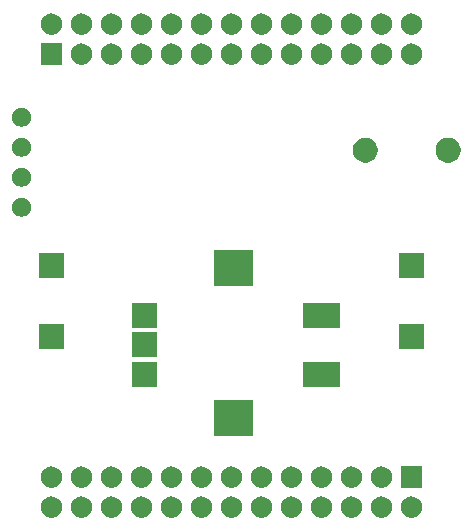
<source format=gbr>
G04 #@! TF.GenerationSoftware,KiCad,Pcbnew,(5.1.5)-3*
G04 #@! TF.CreationDate,2020-02-26T18:40:07+01:00*
G04 #@! TF.ProjectId,minirpi2,6d696e69-7270-4693-922e-6b696361645f,rev?*
G04 #@! TF.SameCoordinates,Original*
G04 #@! TF.FileFunction,Soldermask,Top*
G04 #@! TF.FilePolarity,Negative*
%FSLAX46Y46*%
G04 Gerber Fmt 4.6, Leading zero omitted, Abs format (unit mm)*
G04 Created by KiCad (PCBNEW (5.1.5)-3) date 2020-02-26 18:40:07*
%MOMM*%
%LPD*%
G04 APERTURE LIST*
%ADD10C,0.100000*%
G04 APERTURE END LIST*
D10*
G36*
X216013512Y-79113927D02*
G01*
X216162812Y-79143624D01*
X216326784Y-79211544D01*
X216474354Y-79310147D01*
X216599853Y-79435646D01*
X216698456Y-79583216D01*
X216766376Y-79747188D01*
X216801000Y-79921259D01*
X216801000Y-80098741D01*
X216766376Y-80272812D01*
X216698456Y-80436784D01*
X216599853Y-80584354D01*
X216474354Y-80709853D01*
X216326784Y-80808456D01*
X216162812Y-80876376D01*
X216013512Y-80906073D01*
X215988742Y-80911000D01*
X215811258Y-80911000D01*
X215786488Y-80906073D01*
X215637188Y-80876376D01*
X215473216Y-80808456D01*
X215325646Y-80709853D01*
X215200147Y-80584354D01*
X215101544Y-80436784D01*
X215033624Y-80272812D01*
X214999000Y-80098741D01*
X214999000Y-79921259D01*
X215033624Y-79747188D01*
X215101544Y-79583216D01*
X215200147Y-79435646D01*
X215325646Y-79310147D01*
X215473216Y-79211544D01*
X215637188Y-79143624D01*
X215786488Y-79113927D01*
X215811258Y-79109000D01*
X215988742Y-79109000D01*
X216013512Y-79113927D01*
G37*
G36*
X213473512Y-79113927D02*
G01*
X213622812Y-79143624D01*
X213786784Y-79211544D01*
X213934354Y-79310147D01*
X214059853Y-79435646D01*
X214158456Y-79583216D01*
X214226376Y-79747188D01*
X214261000Y-79921259D01*
X214261000Y-80098741D01*
X214226376Y-80272812D01*
X214158456Y-80436784D01*
X214059853Y-80584354D01*
X213934354Y-80709853D01*
X213786784Y-80808456D01*
X213622812Y-80876376D01*
X213473512Y-80906073D01*
X213448742Y-80911000D01*
X213271258Y-80911000D01*
X213246488Y-80906073D01*
X213097188Y-80876376D01*
X212933216Y-80808456D01*
X212785646Y-80709853D01*
X212660147Y-80584354D01*
X212561544Y-80436784D01*
X212493624Y-80272812D01*
X212459000Y-80098741D01*
X212459000Y-79921259D01*
X212493624Y-79747188D01*
X212561544Y-79583216D01*
X212660147Y-79435646D01*
X212785646Y-79310147D01*
X212933216Y-79211544D01*
X213097188Y-79143624D01*
X213246488Y-79113927D01*
X213271258Y-79109000D01*
X213448742Y-79109000D01*
X213473512Y-79113927D01*
G37*
G36*
X185533512Y-79113927D02*
G01*
X185682812Y-79143624D01*
X185846784Y-79211544D01*
X185994354Y-79310147D01*
X186119853Y-79435646D01*
X186218456Y-79583216D01*
X186286376Y-79747188D01*
X186321000Y-79921259D01*
X186321000Y-80098741D01*
X186286376Y-80272812D01*
X186218456Y-80436784D01*
X186119853Y-80584354D01*
X185994354Y-80709853D01*
X185846784Y-80808456D01*
X185682812Y-80876376D01*
X185533512Y-80906073D01*
X185508742Y-80911000D01*
X185331258Y-80911000D01*
X185306488Y-80906073D01*
X185157188Y-80876376D01*
X184993216Y-80808456D01*
X184845646Y-80709853D01*
X184720147Y-80584354D01*
X184621544Y-80436784D01*
X184553624Y-80272812D01*
X184519000Y-80098741D01*
X184519000Y-79921259D01*
X184553624Y-79747188D01*
X184621544Y-79583216D01*
X184720147Y-79435646D01*
X184845646Y-79310147D01*
X184993216Y-79211544D01*
X185157188Y-79143624D01*
X185306488Y-79113927D01*
X185331258Y-79109000D01*
X185508742Y-79109000D01*
X185533512Y-79113927D01*
G37*
G36*
X188073512Y-79113927D02*
G01*
X188222812Y-79143624D01*
X188386784Y-79211544D01*
X188534354Y-79310147D01*
X188659853Y-79435646D01*
X188758456Y-79583216D01*
X188826376Y-79747188D01*
X188861000Y-79921259D01*
X188861000Y-80098741D01*
X188826376Y-80272812D01*
X188758456Y-80436784D01*
X188659853Y-80584354D01*
X188534354Y-80709853D01*
X188386784Y-80808456D01*
X188222812Y-80876376D01*
X188073512Y-80906073D01*
X188048742Y-80911000D01*
X187871258Y-80911000D01*
X187846488Y-80906073D01*
X187697188Y-80876376D01*
X187533216Y-80808456D01*
X187385646Y-80709853D01*
X187260147Y-80584354D01*
X187161544Y-80436784D01*
X187093624Y-80272812D01*
X187059000Y-80098741D01*
X187059000Y-79921259D01*
X187093624Y-79747188D01*
X187161544Y-79583216D01*
X187260147Y-79435646D01*
X187385646Y-79310147D01*
X187533216Y-79211544D01*
X187697188Y-79143624D01*
X187846488Y-79113927D01*
X187871258Y-79109000D01*
X188048742Y-79109000D01*
X188073512Y-79113927D01*
G37*
G36*
X190613512Y-79113927D02*
G01*
X190762812Y-79143624D01*
X190926784Y-79211544D01*
X191074354Y-79310147D01*
X191199853Y-79435646D01*
X191298456Y-79583216D01*
X191366376Y-79747188D01*
X191401000Y-79921259D01*
X191401000Y-80098741D01*
X191366376Y-80272812D01*
X191298456Y-80436784D01*
X191199853Y-80584354D01*
X191074354Y-80709853D01*
X190926784Y-80808456D01*
X190762812Y-80876376D01*
X190613512Y-80906073D01*
X190588742Y-80911000D01*
X190411258Y-80911000D01*
X190386488Y-80906073D01*
X190237188Y-80876376D01*
X190073216Y-80808456D01*
X189925646Y-80709853D01*
X189800147Y-80584354D01*
X189701544Y-80436784D01*
X189633624Y-80272812D01*
X189599000Y-80098741D01*
X189599000Y-79921259D01*
X189633624Y-79747188D01*
X189701544Y-79583216D01*
X189800147Y-79435646D01*
X189925646Y-79310147D01*
X190073216Y-79211544D01*
X190237188Y-79143624D01*
X190386488Y-79113927D01*
X190411258Y-79109000D01*
X190588742Y-79109000D01*
X190613512Y-79113927D01*
G37*
G36*
X193153512Y-79113927D02*
G01*
X193302812Y-79143624D01*
X193466784Y-79211544D01*
X193614354Y-79310147D01*
X193739853Y-79435646D01*
X193838456Y-79583216D01*
X193906376Y-79747188D01*
X193941000Y-79921259D01*
X193941000Y-80098741D01*
X193906376Y-80272812D01*
X193838456Y-80436784D01*
X193739853Y-80584354D01*
X193614354Y-80709853D01*
X193466784Y-80808456D01*
X193302812Y-80876376D01*
X193153512Y-80906073D01*
X193128742Y-80911000D01*
X192951258Y-80911000D01*
X192926488Y-80906073D01*
X192777188Y-80876376D01*
X192613216Y-80808456D01*
X192465646Y-80709853D01*
X192340147Y-80584354D01*
X192241544Y-80436784D01*
X192173624Y-80272812D01*
X192139000Y-80098741D01*
X192139000Y-79921259D01*
X192173624Y-79747188D01*
X192241544Y-79583216D01*
X192340147Y-79435646D01*
X192465646Y-79310147D01*
X192613216Y-79211544D01*
X192777188Y-79143624D01*
X192926488Y-79113927D01*
X192951258Y-79109000D01*
X193128742Y-79109000D01*
X193153512Y-79113927D01*
G37*
G36*
X195693512Y-79113927D02*
G01*
X195842812Y-79143624D01*
X196006784Y-79211544D01*
X196154354Y-79310147D01*
X196279853Y-79435646D01*
X196378456Y-79583216D01*
X196446376Y-79747188D01*
X196481000Y-79921259D01*
X196481000Y-80098741D01*
X196446376Y-80272812D01*
X196378456Y-80436784D01*
X196279853Y-80584354D01*
X196154354Y-80709853D01*
X196006784Y-80808456D01*
X195842812Y-80876376D01*
X195693512Y-80906073D01*
X195668742Y-80911000D01*
X195491258Y-80911000D01*
X195466488Y-80906073D01*
X195317188Y-80876376D01*
X195153216Y-80808456D01*
X195005646Y-80709853D01*
X194880147Y-80584354D01*
X194781544Y-80436784D01*
X194713624Y-80272812D01*
X194679000Y-80098741D01*
X194679000Y-79921259D01*
X194713624Y-79747188D01*
X194781544Y-79583216D01*
X194880147Y-79435646D01*
X195005646Y-79310147D01*
X195153216Y-79211544D01*
X195317188Y-79143624D01*
X195466488Y-79113927D01*
X195491258Y-79109000D01*
X195668742Y-79109000D01*
X195693512Y-79113927D01*
G37*
G36*
X200773512Y-79113927D02*
G01*
X200922812Y-79143624D01*
X201086784Y-79211544D01*
X201234354Y-79310147D01*
X201359853Y-79435646D01*
X201458456Y-79583216D01*
X201526376Y-79747188D01*
X201561000Y-79921259D01*
X201561000Y-80098741D01*
X201526376Y-80272812D01*
X201458456Y-80436784D01*
X201359853Y-80584354D01*
X201234354Y-80709853D01*
X201086784Y-80808456D01*
X200922812Y-80876376D01*
X200773512Y-80906073D01*
X200748742Y-80911000D01*
X200571258Y-80911000D01*
X200546488Y-80906073D01*
X200397188Y-80876376D01*
X200233216Y-80808456D01*
X200085646Y-80709853D01*
X199960147Y-80584354D01*
X199861544Y-80436784D01*
X199793624Y-80272812D01*
X199759000Y-80098741D01*
X199759000Y-79921259D01*
X199793624Y-79747188D01*
X199861544Y-79583216D01*
X199960147Y-79435646D01*
X200085646Y-79310147D01*
X200233216Y-79211544D01*
X200397188Y-79143624D01*
X200546488Y-79113927D01*
X200571258Y-79109000D01*
X200748742Y-79109000D01*
X200773512Y-79113927D01*
G37*
G36*
X203313512Y-79113927D02*
G01*
X203462812Y-79143624D01*
X203626784Y-79211544D01*
X203774354Y-79310147D01*
X203899853Y-79435646D01*
X203998456Y-79583216D01*
X204066376Y-79747188D01*
X204101000Y-79921259D01*
X204101000Y-80098741D01*
X204066376Y-80272812D01*
X203998456Y-80436784D01*
X203899853Y-80584354D01*
X203774354Y-80709853D01*
X203626784Y-80808456D01*
X203462812Y-80876376D01*
X203313512Y-80906073D01*
X203288742Y-80911000D01*
X203111258Y-80911000D01*
X203086488Y-80906073D01*
X202937188Y-80876376D01*
X202773216Y-80808456D01*
X202625646Y-80709853D01*
X202500147Y-80584354D01*
X202401544Y-80436784D01*
X202333624Y-80272812D01*
X202299000Y-80098741D01*
X202299000Y-79921259D01*
X202333624Y-79747188D01*
X202401544Y-79583216D01*
X202500147Y-79435646D01*
X202625646Y-79310147D01*
X202773216Y-79211544D01*
X202937188Y-79143624D01*
X203086488Y-79113927D01*
X203111258Y-79109000D01*
X203288742Y-79109000D01*
X203313512Y-79113927D01*
G37*
G36*
X205853512Y-79113927D02*
G01*
X206002812Y-79143624D01*
X206166784Y-79211544D01*
X206314354Y-79310147D01*
X206439853Y-79435646D01*
X206538456Y-79583216D01*
X206606376Y-79747188D01*
X206641000Y-79921259D01*
X206641000Y-80098741D01*
X206606376Y-80272812D01*
X206538456Y-80436784D01*
X206439853Y-80584354D01*
X206314354Y-80709853D01*
X206166784Y-80808456D01*
X206002812Y-80876376D01*
X205853512Y-80906073D01*
X205828742Y-80911000D01*
X205651258Y-80911000D01*
X205626488Y-80906073D01*
X205477188Y-80876376D01*
X205313216Y-80808456D01*
X205165646Y-80709853D01*
X205040147Y-80584354D01*
X204941544Y-80436784D01*
X204873624Y-80272812D01*
X204839000Y-80098741D01*
X204839000Y-79921259D01*
X204873624Y-79747188D01*
X204941544Y-79583216D01*
X205040147Y-79435646D01*
X205165646Y-79310147D01*
X205313216Y-79211544D01*
X205477188Y-79143624D01*
X205626488Y-79113927D01*
X205651258Y-79109000D01*
X205828742Y-79109000D01*
X205853512Y-79113927D01*
G37*
G36*
X208393512Y-79113927D02*
G01*
X208542812Y-79143624D01*
X208706784Y-79211544D01*
X208854354Y-79310147D01*
X208979853Y-79435646D01*
X209078456Y-79583216D01*
X209146376Y-79747188D01*
X209181000Y-79921259D01*
X209181000Y-80098741D01*
X209146376Y-80272812D01*
X209078456Y-80436784D01*
X208979853Y-80584354D01*
X208854354Y-80709853D01*
X208706784Y-80808456D01*
X208542812Y-80876376D01*
X208393512Y-80906073D01*
X208368742Y-80911000D01*
X208191258Y-80911000D01*
X208166488Y-80906073D01*
X208017188Y-80876376D01*
X207853216Y-80808456D01*
X207705646Y-80709853D01*
X207580147Y-80584354D01*
X207481544Y-80436784D01*
X207413624Y-80272812D01*
X207379000Y-80098741D01*
X207379000Y-79921259D01*
X207413624Y-79747188D01*
X207481544Y-79583216D01*
X207580147Y-79435646D01*
X207705646Y-79310147D01*
X207853216Y-79211544D01*
X208017188Y-79143624D01*
X208166488Y-79113927D01*
X208191258Y-79109000D01*
X208368742Y-79109000D01*
X208393512Y-79113927D01*
G37*
G36*
X210933512Y-79113927D02*
G01*
X211082812Y-79143624D01*
X211246784Y-79211544D01*
X211394354Y-79310147D01*
X211519853Y-79435646D01*
X211618456Y-79583216D01*
X211686376Y-79747188D01*
X211721000Y-79921259D01*
X211721000Y-80098741D01*
X211686376Y-80272812D01*
X211618456Y-80436784D01*
X211519853Y-80584354D01*
X211394354Y-80709853D01*
X211246784Y-80808456D01*
X211082812Y-80876376D01*
X210933512Y-80906073D01*
X210908742Y-80911000D01*
X210731258Y-80911000D01*
X210706488Y-80906073D01*
X210557188Y-80876376D01*
X210393216Y-80808456D01*
X210245646Y-80709853D01*
X210120147Y-80584354D01*
X210021544Y-80436784D01*
X209953624Y-80272812D01*
X209919000Y-80098741D01*
X209919000Y-79921259D01*
X209953624Y-79747188D01*
X210021544Y-79583216D01*
X210120147Y-79435646D01*
X210245646Y-79310147D01*
X210393216Y-79211544D01*
X210557188Y-79143624D01*
X210706488Y-79113927D01*
X210731258Y-79109000D01*
X210908742Y-79109000D01*
X210933512Y-79113927D01*
G37*
G36*
X198233512Y-79113927D02*
G01*
X198382812Y-79143624D01*
X198546784Y-79211544D01*
X198694354Y-79310147D01*
X198819853Y-79435646D01*
X198918456Y-79583216D01*
X198986376Y-79747188D01*
X199021000Y-79921259D01*
X199021000Y-80098741D01*
X198986376Y-80272812D01*
X198918456Y-80436784D01*
X198819853Y-80584354D01*
X198694354Y-80709853D01*
X198546784Y-80808456D01*
X198382812Y-80876376D01*
X198233512Y-80906073D01*
X198208742Y-80911000D01*
X198031258Y-80911000D01*
X198006488Y-80906073D01*
X197857188Y-80876376D01*
X197693216Y-80808456D01*
X197545646Y-80709853D01*
X197420147Y-80584354D01*
X197321544Y-80436784D01*
X197253624Y-80272812D01*
X197219000Y-80098741D01*
X197219000Y-79921259D01*
X197253624Y-79747188D01*
X197321544Y-79583216D01*
X197420147Y-79435646D01*
X197545646Y-79310147D01*
X197693216Y-79211544D01*
X197857188Y-79143624D01*
X198006488Y-79113927D01*
X198031258Y-79109000D01*
X198208742Y-79109000D01*
X198233512Y-79113927D01*
G37*
G36*
X210933512Y-76573927D02*
G01*
X211082812Y-76603624D01*
X211246784Y-76671544D01*
X211394354Y-76770147D01*
X211519853Y-76895646D01*
X211618456Y-77043216D01*
X211686376Y-77207188D01*
X211721000Y-77381259D01*
X211721000Y-77558741D01*
X211686376Y-77732812D01*
X211618456Y-77896784D01*
X211519853Y-78044354D01*
X211394354Y-78169853D01*
X211246784Y-78268456D01*
X211082812Y-78336376D01*
X210933512Y-78366073D01*
X210908742Y-78371000D01*
X210731258Y-78371000D01*
X210706488Y-78366073D01*
X210557188Y-78336376D01*
X210393216Y-78268456D01*
X210245646Y-78169853D01*
X210120147Y-78044354D01*
X210021544Y-77896784D01*
X209953624Y-77732812D01*
X209919000Y-77558741D01*
X209919000Y-77381259D01*
X209953624Y-77207188D01*
X210021544Y-77043216D01*
X210120147Y-76895646D01*
X210245646Y-76770147D01*
X210393216Y-76671544D01*
X210557188Y-76603624D01*
X210706488Y-76573927D01*
X210731258Y-76569000D01*
X210908742Y-76569000D01*
X210933512Y-76573927D01*
G37*
G36*
X213473512Y-76573927D02*
G01*
X213622812Y-76603624D01*
X213786784Y-76671544D01*
X213934354Y-76770147D01*
X214059853Y-76895646D01*
X214158456Y-77043216D01*
X214226376Y-77207188D01*
X214261000Y-77381259D01*
X214261000Y-77558741D01*
X214226376Y-77732812D01*
X214158456Y-77896784D01*
X214059853Y-78044354D01*
X213934354Y-78169853D01*
X213786784Y-78268456D01*
X213622812Y-78336376D01*
X213473512Y-78366073D01*
X213448742Y-78371000D01*
X213271258Y-78371000D01*
X213246488Y-78366073D01*
X213097188Y-78336376D01*
X212933216Y-78268456D01*
X212785646Y-78169853D01*
X212660147Y-78044354D01*
X212561544Y-77896784D01*
X212493624Y-77732812D01*
X212459000Y-77558741D01*
X212459000Y-77381259D01*
X212493624Y-77207188D01*
X212561544Y-77043216D01*
X212660147Y-76895646D01*
X212785646Y-76770147D01*
X212933216Y-76671544D01*
X213097188Y-76603624D01*
X213246488Y-76573927D01*
X213271258Y-76569000D01*
X213448742Y-76569000D01*
X213473512Y-76573927D01*
G37*
G36*
X208393512Y-76573927D02*
G01*
X208542812Y-76603624D01*
X208706784Y-76671544D01*
X208854354Y-76770147D01*
X208979853Y-76895646D01*
X209078456Y-77043216D01*
X209146376Y-77207188D01*
X209181000Y-77381259D01*
X209181000Y-77558741D01*
X209146376Y-77732812D01*
X209078456Y-77896784D01*
X208979853Y-78044354D01*
X208854354Y-78169853D01*
X208706784Y-78268456D01*
X208542812Y-78336376D01*
X208393512Y-78366073D01*
X208368742Y-78371000D01*
X208191258Y-78371000D01*
X208166488Y-78366073D01*
X208017188Y-78336376D01*
X207853216Y-78268456D01*
X207705646Y-78169853D01*
X207580147Y-78044354D01*
X207481544Y-77896784D01*
X207413624Y-77732812D01*
X207379000Y-77558741D01*
X207379000Y-77381259D01*
X207413624Y-77207188D01*
X207481544Y-77043216D01*
X207580147Y-76895646D01*
X207705646Y-76770147D01*
X207853216Y-76671544D01*
X208017188Y-76603624D01*
X208166488Y-76573927D01*
X208191258Y-76569000D01*
X208368742Y-76569000D01*
X208393512Y-76573927D01*
G37*
G36*
X205853512Y-76573927D02*
G01*
X206002812Y-76603624D01*
X206166784Y-76671544D01*
X206314354Y-76770147D01*
X206439853Y-76895646D01*
X206538456Y-77043216D01*
X206606376Y-77207188D01*
X206641000Y-77381259D01*
X206641000Y-77558741D01*
X206606376Y-77732812D01*
X206538456Y-77896784D01*
X206439853Y-78044354D01*
X206314354Y-78169853D01*
X206166784Y-78268456D01*
X206002812Y-78336376D01*
X205853512Y-78366073D01*
X205828742Y-78371000D01*
X205651258Y-78371000D01*
X205626488Y-78366073D01*
X205477188Y-78336376D01*
X205313216Y-78268456D01*
X205165646Y-78169853D01*
X205040147Y-78044354D01*
X204941544Y-77896784D01*
X204873624Y-77732812D01*
X204839000Y-77558741D01*
X204839000Y-77381259D01*
X204873624Y-77207188D01*
X204941544Y-77043216D01*
X205040147Y-76895646D01*
X205165646Y-76770147D01*
X205313216Y-76671544D01*
X205477188Y-76603624D01*
X205626488Y-76573927D01*
X205651258Y-76569000D01*
X205828742Y-76569000D01*
X205853512Y-76573927D01*
G37*
G36*
X203313512Y-76573927D02*
G01*
X203462812Y-76603624D01*
X203626784Y-76671544D01*
X203774354Y-76770147D01*
X203899853Y-76895646D01*
X203998456Y-77043216D01*
X204066376Y-77207188D01*
X204101000Y-77381259D01*
X204101000Y-77558741D01*
X204066376Y-77732812D01*
X203998456Y-77896784D01*
X203899853Y-78044354D01*
X203774354Y-78169853D01*
X203626784Y-78268456D01*
X203462812Y-78336376D01*
X203313512Y-78366073D01*
X203288742Y-78371000D01*
X203111258Y-78371000D01*
X203086488Y-78366073D01*
X202937188Y-78336376D01*
X202773216Y-78268456D01*
X202625646Y-78169853D01*
X202500147Y-78044354D01*
X202401544Y-77896784D01*
X202333624Y-77732812D01*
X202299000Y-77558741D01*
X202299000Y-77381259D01*
X202333624Y-77207188D01*
X202401544Y-77043216D01*
X202500147Y-76895646D01*
X202625646Y-76770147D01*
X202773216Y-76671544D01*
X202937188Y-76603624D01*
X203086488Y-76573927D01*
X203111258Y-76569000D01*
X203288742Y-76569000D01*
X203313512Y-76573927D01*
G37*
G36*
X198233512Y-76573927D02*
G01*
X198382812Y-76603624D01*
X198546784Y-76671544D01*
X198694354Y-76770147D01*
X198819853Y-76895646D01*
X198918456Y-77043216D01*
X198986376Y-77207188D01*
X199021000Y-77381259D01*
X199021000Y-77558741D01*
X198986376Y-77732812D01*
X198918456Y-77896784D01*
X198819853Y-78044354D01*
X198694354Y-78169853D01*
X198546784Y-78268456D01*
X198382812Y-78336376D01*
X198233512Y-78366073D01*
X198208742Y-78371000D01*
X198031258Y-78371000D01*
X198006488Y-78366073D01*
X197857188Y-78336376D01*
X197693216Y-78268456D01*
X197545646Y-78169853D01*
X197420147Y-78044354D01*
X197321544Y-77896784D01*
X197253624Y-77732812D01*
X197219000Y-77558741D01*
X197219000Y-77381259D01*
X197253624Y-77207188D01*
X197321544Y-77043216D01*
X197420147Y-76895646D01*
X197545646Y-76770147D01*
X197693216Y-76671544D01*
X197857188Y-76603624D01*
X198006488Y-76573927D01*
X198031258Y-76569000D01*
X198208742Y-76569000D01*
X198233512Y-76573927D01*
G37*
G36*
X195693512Y-76573927D02*
G01*
X195842812Y-76603624D01*
X196006784Y-76671544D01*
X196154354Y-76770147D01*
X196279853Y-76895646D01*
X196378456Y-77043216D01*
X196446376Y-77207188D01*
X196481000Y-77381259D01*
X196481000Y-77558741D01*
X196446376Y-77732812D01*
X196378456Y-77896784D01*
X196279853Y-78044354D01*
X196154354Y-78169853D01*
X196006784Y-78268456D01*
X195842812Y-78336376D01*
X195693512Y-78366073D01*
X195668742Y-78371000D01*
X195491258Y-78371000D01*
X195466488Y-78366073D01*
X195317188Y-78336376D01*
X195153216Y-78268456D01*
X195005646Y-78169853D01*
X194880147Y-78044354D01*
X194781544Y-77896784D01*
X194713624Y-77732812D01*
X194679000Y-77558741D01*
X194679000Y-77381259D01*
X194713624Y-77207188D01*
X194781544Y-77043216D01*
X194880147Y-76895646D01*
X195005646Y-76770147D01*
X195153216Y-76671544D01*
X195317188Y-76603624D01*
X195466488Y-76573927D01*
X195491258Y-76569000D01*
X195668742Y-76569000D01*
X195693512Y-76573927D01*
G37*
G36*
X216801000Y-78371000D02*
G01*
X214999000Y-78371000D01*
X214999000Y-76569000D01*
X216801000Y-76569000D01*
X216801000Y-78371000D01*
G37*
G36*
X193153512Y-76573927D02*
G01*
X193302812Y-76603624D01*
X193466784Y-76671544D01*
X193614354Y-76770147D01*
X193739853Y-76895646D01*
X193838456Y-77043216D01*
X193906376Y-77207188D01*
X193941000Y-77381259D01*
X193941000Y-77558741D01*
X193906376Y-77732812D01*
X193838456Y-77896784D01*
X193739853Y-78044354D01*
X193614354Y-78169853D01*
X193466784Y-78268456D01*
X193302812Y-78336376D01*
X193153512Y-78366073D01*
X193128742Y-78371000D01*
X192951258Y-78371000D01*
X192926488Y-78366073D01*
X192777188Y-78336376D01*
X192613216Y-78268456D01*
X192465646Y-78169853D01*
X192340147Y-78044354D01*
X192241544Y-77896784D01*
X192173624Y-77732812D01*
X192139000Y-77558741D01*
X192139000Y-77381259D01*
X192173624Y-77207188D01*
X192241544Y-77043216D01*
X192340147Y-76895646D01*
X192465646Y-76770147D01*
X192613216Y-76671544D01*
X192777188Y-76603624D01*
X192926488Y-76573927D01*
X192951258Y-76569000D01*
X193128742Y-76569000D01*
X193153512Y-76573927D01*
G37*
G36*
X185533512Y-76573927D02*
G01*
X185682812Y-76603624D01*
X185846784Y-76671544D01*
X185994354Y-76770147D01*
X186119853Y-76895646D01*
X186218456Y-77043216D01*
X186286376Y-77207188D01*
X186321000Y-77381259D01*
X186321000Y-77558741D01*
X186286376Y-77732812D01*
X186218456Y-77896784D01*
X186119853Y-78044354D01*
X185994354Y-78169853D01*
X185846784Y-78268456D01*
X185682812Y-78336376D01*
X185533512Y-78366073D01*
X185508742Y-78371000D01*
X185331258Y-78371000D01*
X185306488Y-78366073D01*
X185157188Y-78336376D01*
X184993216Y-78268456D01*
X184845646Y-78169853D01*
X184720147Y-78044354D01*
X184621544Y-77896784D01*
X184553624Y-77732812D01*
X184519000Y-77558741D01*
X184519000Y-77381259D01*
X184553624Y-77207188D01*
X184621544Y-77043216D01*
X184720147Y-76895646D01*
X184845646Y-76770147D01*
X184993216Y-76671544D01*
X185157188Y-76603624D01*
X185306488Y-76573927D01*
X185331258Y-76569000D01*
X185508742Y-76569000D01*
X185533512Y-76573927D01*
G37*
G36*
X190613512Y-76573927D02*
G01*
X190762812Y-76603624D01*
X190926784Y-76671544D01*
X191074354Y-76770147D01*
X191199853Y-76895646D01*
X191298456Y-77043216D01*
X191366376Y-77207188D01*
X191401000Y-77381259D01*
X191401000Y-77558741D01*
X191366376Y-77732812D01*
X191298456Y-77896784D01*
X191199853Y-78044354D01*
X191074354Y-78169853D01*
X190926784Y-78268456D01*
X190762812Y-78336376D01*
X190613512Y-78366073D01*
X190588742Y-78371000D01*
X190411258Y-78371000D01*
X190386488Y-78366073D01*
X190237188Y-78336376D01*
X190073216Y-78268456D01*
X189925646Y-78169853D01*
X189800147Y-78044354D01*
X189701544Y-77896784D01*
X189633624Y-77732812D01*
X189599000Y-77558741D01*
X189599000Y-77381259D01*
X189633624Y-77207188D01*
X189701544Y-77043216D01*
X189800147Y-76895646D01*
X189925646Y-76770147D01*
X190073216Y-76671544D01*
X190237188Y-76603624D01*
X190386488Y-76573927D01*
X190411258Y-76569000D01*
X190588742Y-76569000D01*
X190613512Y-76573927D01*
G37*
G36*
X200773512Y-76573927D02*
G01*
X200922812Y-76603624D01*
X201086784Y-76671544D01*
X201234354Y-76770147D01*
X201359853Y-76895646D01*
X201458456Y-77043216D01*
X201526376Y-77207188D01*
X201561000Y-77381259D01*
X201561000Y-77558741D01*
X201526376Y-77732812D01*
X201458456Y-77896784D01*
X201359853Y-78044354D01*
X201234354Y-78169853D01*
X201086784Y-78268456D01*
X200922812Y-78336376D01*
X200773512Y-78366073D01*
X200748742Y-78371000D01*
X200571258Y-78371000D01*
X200546488Y-78366073D01*
X200397188Y-78336376D01*
X200233216Y-78268456D01*
X200085646Y-78169853D01*
X199960147Y-78044354D01*
X199861544Y-77896784D01*
X199793624Y-77732812D01*
X199759000Y-77558741D01*
X199759000Y-77381259D01*
X199793624Y-77207188D01*
X199861544Y-77043216D01*
X199960147Y-76895646D01*
X200085646Y-76770147D01*
X200233216Y-76671544D01*
X200397188Y-76603624D01*
X200546488Y-76573927D01*
X200571258Y-76569000D01*
X200748742Y-76569000D01*
X200773512Y-76573927D01*
G37*
G36*
X188073512Y-76573927D02*
G01*
X188222812Y-76603624D01*
X188386784Y-76671544D01*
X188534354Y-76770147D01*
X188659853Y-76895646D01*
X188758456Y-77043216D01*
X188826376Y-77207188D01*
X188861000Y-77381259D01*
X188861000Y-77558741D01*
X188826376Y-77732812D01*
X188758456Y-77896784D01*
X188659853Y-78044354D01*
X188534354Y-78169853D01*
X188386784Y-78268456D01*
X188222812Y-78336376D01*
X188073512Y-78366073D01*
X188048742Y-78371000D01*
X187871258Y-78371000D01*
X187846488Y-78366073D01*
X187697188Y-78336376D01*
X187533216Y-78268456D01*
X187385646Y-78169853D01*
X187260147Y-78044354D01*
X187161544Y-77896784D01*
X187093624Y-77732812D01*
X187059000Y-77558741D01*
X187059000Y-77381259D01*
X187093624Y-77207188D01*
X187161544Y-77043216D01*
X187260147Y-76895646D01*
X187385646Y-76770147D01*
X187533216Y-76671544D01*
X187697188Y-76603624D01*
X187846488Y-76573927D01*
X187871258Y-76569000D01*
X188048742Y-76569000D01*
X188073512Y-76573927D01*
G37*
G36*
X202445000Y-74005000D02*
G01*
X199143000Y-74005000D01*
X199143000Y-70903000D01*
X202445000Y-70903000D01*
X202445000Y-74005000D01*
G37*
G36*
X209845000Y-69805000D02*
G01*
X206743000Y-69805000D01*
X206743000Y-67703000D01*
X209845000Y-67703000D01*
X209845000Y-69805000D01*
G37*
G36*
X194345000Y-69805000D02*
G01*
X192243000Y-69805000D01*
X192243000Y-67703000D01*
X194345000Y-67703000D01*
X194345000Y-69805000D01*
G37*
G36*
X194345000Y-67305000D02*
G01*
X192243000Y-67305000D01*
X192243000Y-65203000D01*
X194345000Y-65203000D01*
X194345000Y-67305000D01*
G37*
G36*
X186471000Y-66599000D02*
G01*
X184369000Y-66599000D01*
X184369000Y-64497000D01*
X186471000Y-64497000D01*
X186471000Y-66599000D01*
G37*
G36*
X216951000Y-66599000D02*
G01*
X214849000Y-66599000D01*
X214849000Y-64497000D01*
X216951000Y-64497000D01*
X216951000Y-66599000D01*
G37*
G36*
X209845000Y-64805000D02*
G01*
X206743000Y-64805000D01*
X206743000Y-62703000D01*
X209845000Y-62703000D01*
X209845000Y-64805000D01*
G37*
G36*
X194345000Y-64805000D02*
G01*
X192243000Y-64805000D01*
X192243000Y-62703000D01*
X194345000Y-62703000D01*
X194345000Y-64805000D01*
G37*
G36*
X202445000Y-61305000D02*
G01*
X199143000Y-61305000D01*
X199143000Y-58203000D01*
X202445000Y-58203000D01*
X202445000Y-61305000D01*
G37*
G36*
X216951000Y-60599000D02*
G01*
X214849000Y-60599000D01*
X214849000Y-58497000D01*
X216951000Y-58497000D01*
X216951000Y-60599000D01*
G37*
G36*
X186471000Y-60599000D02*
G01*
X184369000Y-60599000D01*
X184369000Y-58497000D01*
X186471000Y-58497000D01*
X186471000Y-60599000D01*
G37*
G36*
X183117142Y-53828242D02*
G01*
X183265101Y-53889529D01*
X183398255Y-53978499D01*
X183511501Y-54091745D01*
X183600471Y-54224899D01*
X183661758Y-54372858D01*
X183693000Y-54529925D01*
X183693000Y-54690075D01*
X183661758Y-54847142D01*
X183600471Y-54995101D01*
X183511501Y-55128255D01*
X183398255Y-55241501D01*
X183265101Y-55330471D01*
X183117142Y-55391758D01*
X182960075Y-55423000D01*
X182799925Y-55423000D01*
X182642858Y-55391758D01*
X182494899Y-55330471D01*
X182361745Y-55241501D01*
X182248499Y-55128255D01*
X182159529Y-54995101D01*
X182098242Y-54847142D01*
X182067000Y-54690075D01*
X182067000Y-54529925D01*
X182098242Y-54372858D01*
X182159529Y-54224899D01*
X182248499Y-54091745D01*
X182361745Y-53978499D01*
X182494899Y-53889529D01*
X182642858Y-53828242D01*
X182799925Y-53797000D01*
X182960075Y-53797000D01*
X183117142Y-53828242D01*
G37*
G36*
X183117142Y-51288242D02*
G01*
X183265101Y-51349529D01*
X183398255Y-51438499D01*
X183511501Y-51551745D01*
X183600471Y-51684899D01*
X183661758Y-51832858D01*
X183693000Y-51989925D01*
X183693000Y-52150075D01*
X183661758Y-52307142D01*
X183600471Y-52455101D01*
X183511501Y-52588255D01*
X183398255Y-52701501D01*
X183265101Y-52790471D01*
X183117142Y-52851758D01*
X182960075Y-52883000D01*
X182799925Y-52883000D01*
X182642858Y-52851758D01*
X182494899Y-52790471D01*
X182361745Y-52701501D01*
X182248499Y-52588255D01*
X182159529Y-52455101D01*
X182098242Y-52307142D01*
X182067000Y-52150075D01*
X182067000Y-51989925D01*
X182098242Y-51832858D01*
X182159529Y-51684899D01*
X182248499Y-51551745D01*
X182361745Y-51438499D01*
X182494899Y-51349529D01*
X182642858Y-51288242D01*
X182799925Y-51257000D01*
X182960075Y-51257000D01*
X183117142Y-51288242D01*
G37*
G36*
X212310564Y-48773389D02*
G01*
X212501833Y-48852615D01*
X212501835Y-48852616D01*
X212673973Y-48967635D01*
X212820365Y-49114027D01*
X212935385Y-49286167D01*
X213014611Y-49477436D01*
X213055000Y-49680484D01*
X213055000Y-49887516D01*
X213014611Y-50090564D01*
X212935385Y-50281833D01*
X212935384Y-50281835D01*
X212820365Y-50453973D01*
X212673973Y-50600365D01*
X212501835Y-50715384D01*
X212501834Y-50715385D01*
X212501833Y-50715385D01*
X212310564Y-50794611D01*
X212107516Y-50835000D01*
X211900484Y-50835000D01*
X211697436Y-50794611D01*
X211506167Y-50715385D01*
X211506166Y-50715385D01*
X211506165Y-50715384D01*
X211334027Y-50600365D01*
X211187635Y-50453973D01*
X211072616Y-50281835D01*
X211072615Y-50281833D01*
X210993389Y-50090564D01*
X210953000Y-49887516D01*
X210953000Y-49680484D01*
X210993389Y-49477436D01*
X211072615Y-49286167D01*
X211187635Y-49114027D01*
X211334027Y-48967635D01*
X211506165Y-48852616D01*
X211506167Y-48852615D01*
X211697436Y-48773389D01*
X211900484Y-48733000D01*
X212107516Y-48733000D01*
X212310564Y-48773389D01*
G37*
G36*
X219310564Y-48773389D02*
G01*
X219501833Y-48852615D01*
X219501835Y-48852616D01*
X219673973Y-48967635D01*
X219820365Y-49114027D01*
X219935385Y-49286167D01*
X220014611Y-49477436D01*
X220055000Y-49680484D01*
X220055000Y-49887516D01*
X220014611Y-50090564D01*
X219935385Y-50281833D01*
X219935384Y-50281835D01*
X219820365Y-50453973D01*
X219673973Y-50600365D01*
X219501835Y-50715384D01*
X219501834Y-50715385D01*
X219501833Y-50715385D01*
X219310564Y-50794611D01*
X219107516Y-50835000D01*
X218900484Y-50835000D01*
X218697436Y-50794611D01*
X218506167Y-50715385D01*
X218506166Y-50715385D01*
X218506165Y-50715384D01*
X218334027Y-50600365D01*
X218187635Y-50453973D01*
X218072616Y-50281835D01*
X218072615Y-50281833D01*
X217993389Y-50090564D01*
X217953000Y-49887516D01*
X217953000Y-49680484D01*
X217993389Y-49477436D01*
X218072615Y-49286167D01*
X218187635Y-49114027D01*
X218334027Y-48967635D01*
X218506165Y-48852616D01*
X218506167Y-48852615D01*
X218697436Y-48773389D01*
X218900484Y-48733000D01*
X219107516Y-48733000D01*
X219310564Y-48773389D01*
G37*
G36*
X183117142Y-48748242D02*
G01*
X183265101Y-48809529D01*
X183398255Y-48898499D01*
X183511501Y-49011745D01*
X183600471Y-49144899D01*
X183661758Y-49292858D01*
X183693000Y-49449925D01*
X183693000Y-49610075D01*
X183661758Y-49767142D01*
X183600471Y-49915101D01*
X183511501Y-50048255D01*
X183398255Y-50161501D01*
X183265101Y-50250471D01*
X183117142Y-50311758D01*
X182960075Y-50343000D01*
X182799925Y-50343000D01*
X182642858Y-50311758D01*
X182494899Y-50250471D01*
X182361745Y-50161501D01*
X182248499Y-50048255D01*
X182159529Y-49915101D01*
X182098242Y-49767142D01*
X182067000Y-49610075D01*
X182067000Y-49449925D01*
X182098242Y-49292858D01*
X182159529Y-49144899D01*
X182248499Y-49011745D01*
X182361745Y-48898499D01*
X182494899Y-48809529D01*
X182642858Y-48748242D01*
X182799925Y-48717000D01*
X182960075Y-48717000D01*
X183117142Y-48748242D01*
G37*
G36*
X183117142Y-46208242D02*
G01*
X183265101Y-46269529D01*
X183398255Y-46358499D01*
X183511501Y-46471745D01*
X183600471Y-46604899D01*
X183661758Y-46752858D01*
X183693000Y-46909925D01*
X183693000Y-47070075D01*
X183661758Y-47227142D01*
X183600471Y-47375101D01*
X183511501Y-47508255D01*
X183398255Y-47621501D01*
X183265101Y-47710471D01*
X183117142Y-47771758D01*
X182960075Y-47803000D01*
X182799925Y-47803000D01*
X182642858Y-47771758D01*
X182494899Y-47710471D01*
X182361745Y-47621501D01*
X182248499Y-47508255D01*
X182159529Y-47375101D01*
X182098242Y-47227142D01*
X182067000Y-47070075D01*
X182067000Y-46909925D01*
X182098242Y-46752858D01*
X182159529Y-46604899D01*
X182248499Y-46471745D01*
X182361745Y-46358499D01*
X182494899Y-46269529D01*
X182642858Y-46208242D01*
X182799925Y-46177000D01*
X182960075Y-46177000D01*
X183117142Y-46208242D01*
G37*
G36*
X195693512Y-40759927D02*
G01*
X195842812Y-40789624D01*
X196006784Y-40857544D01*
X196154354Y-40956147D01*
X196279853Y-41081646D01*
X196378456Y-41229216D01*
X196446376Y-41393188D01*
X196481000Y-41567259D01*
X196481000Y-41744741D01*
X196446376Y-41918812D01*
X196378456Y-42082784D01*
X196279853Y-42230354D01*
X196154354Y-42355853D01*
X196006784Y-42454456D01*
X195842812Y-42522376D01*
X195693512Y-42552073D01*
X195668742Y-42557000D01*
X195491258Y-42557000D01*
X195466488Y-42552073D01*
X195317188Y-42522376D01*
X195153216Y-42454456D01*
X195005646Y-42355853D01*
X194880147Y-42230354D01*
X194781544Y-42082784D01*
X194713624Y-41918812D01*
X194679000Y-41744741D01*
X194679000Y-41567259D01*
X194713624Y-41393188D01*
X194781544Y-41229216D01*
X194880147Y-41081646D01*
X195005646Y-40956147D01*
X195153216Y-40857544D01*
X195317188Y-40789624D01*
X195466488Y-40759927D01*
X195491258Y-40755000D01*
X195668742Y-40755000D01*
X195693512Y-40759927D01*
G37*
G36*
X186321000Y-42557000D02*
G01*
X184519000Y-42557000D01*
X184519000Y-40755000D01*
X186321000Y-40755000D01*
X186321000Y-42557000D01*
G37*
G36*
X188073512Y-40759927D02*
G01*
X188222812Y-40789624D01*
X188386784Y-40857544D01*
X188534354Y-40956147D01*
X188659853Y-41081646D01*
X188758456Y-41229216D01*
X188826376Y-41393188D01*
X188861000Y-41567259D01*
X188861000Y-41744741D01*
X188826376Y-41918812D01*
X188758456Y-42082784D01*
X188659853Y-42230354D01*
X188534354Y-42355853D01*
X188386784Y-42454456D01*
X188222812Y-42522376D01*
X188073512Y-42552073D01*
X188048742Y-42557000D01*
X187871258Y-42557000D01*
X187846488Y-42552073D01*
X187697188Y-42522376D01*
X187533216Y-42454456D01*
X187385646Y-42355853D01*
X187260147Y-42230354D01*
X187161544Y-42082784D01*
X187093624Y-41918812D01*
X187059000Y-41744741D01*
X187059000Y-41567259D01*
X187093624Y-41393188D01*
X187161544Y-41229216D01*
X187260147Y-41081646D01*
X187385646Y-40956147D01*
X187533216Y-40857544D01*
X187697188Y-40789624D01*
X187846488Y-40759927D01*
X187871258Y-40755000D01*
X188048742Y-40755000D01*
X188073512Y-40759927D01*
G37*
G36*
X193153512Y-40759927D02*
G01*
X193302812Y-40789624D01*
X193466784Y-40857544D01*
X193614354Y-40956147D01*
X193739853Y-41081646D01*
X193838456Y-41229216D01*
X193906376Y-41393188D01*
X193941000Y-41567259D01*
X193941000Y-41744741D01*
X193906376Y-41918812D01*
X193838456Y-42082784D01*
X193739853Y-42230354D01*
X193614354Y-42355853D01*
X193466784Y-42454456D01*
X193302812Y-42522376D01*
X193153512Y-42552073D01*
X193128742Y-42557000D01*
X192951258Y-42557000D01*
X192926488Y-42552073D01*
X192777188Y-42522376D01*
X192613216Y-42454456D01*
X192465646Y-42355853D01*
X192340147Y-42230354D01*
X192241544Y-42082784D01*
X192173624Y-41918812D01*
X192139000Y-41744741D01*
X192139000Y-41567259D01*
X192173624Y-41393188D01*
X192241544Y-41229216D01*
X192340147Y-41081646D01*
X192465646Y-40956147D01*
X192613216Y-40857544D01*
X192777188Y-40789624D01*
X192926488Y-40759927D01*
X192951258Y-40755000D01*
X193128742Y-40755000D01*
X193153512Y-40759927D01*
G37*
G36*
X198233512Y-40759927D02*
G01*
X198382812Y-40789624D01*
X198546784Y-40857544D01*
X198694354Y-40956147D01*
X198819853Y-41081646D01*
X198918456Y-41229216D01*
X198986376Y-41393188D01*
X199021000Y-41567259D01*
X199021000Y-41744741D01*
X198986376Y-41918812D01*
X198918456Y-42082784D01*
X198819853Y-42230354D01*
X198694354Y-42355853D01*
X198546784Y-42454456D01*
X198382812Y-42522376D01*
X198233512Y-42552073D01*
X198208742Y-42557000D01*
X198031258Y-42557000D01*
X198006488Y-42552073D01*
X197857188Y-42522376D01*
X197693216Y-42454456D01*
X197545646Y-42355853D01*
X197420147Y-42230354D01*
X197321544Y-42082784D01*
X197253624Y-41918812D01*
X197219000Y-41744741D01*
X197219000Y-41567259D01*
X197253624Y-41393188D01*
X197321544Y-41229216D01*
X197420147Y-41081646D01*
X197545646Y-40956147D01*
X197693216Y-40857544D01*
X197857188Y-40789624D01*
X198006488Y-40759927D01*
X198031258Y-40755000D01*
X198208742Y-40755000D01*
X198233512Y-40759927D01*
G37*
G36*
X200773512Y-40759927D02*
G01*
X200922812Y-40789624D01*
X201086784Y-40857544D01*
X201234354Y-40956147D01*
X201359853Y-41081646D01*
X201458456Y-41229216D01*
X201526376Y-41393188D01*
X201561000Y-41567259D01*
X201561000Y-41744741D01*
X201526376Y-41918812D01*
X201458456Y-42082784D01*
X201359853Y-42230354D01*
X201234354Y-42355853D01*
X201086784Y-42454456D01*
X200922812Y-42522376D01*
X200773512Y-42552073D01*
X200748742Y-42557000D01*
X200571258Y-42557000D01*
X200546488Y-42552073D01*
X200397188Y-42522376D01*
X200233216Y-42454456D01*
X200085646Y-42355853D01*
X199960147Y-42230354D01*
X199861544Y-42082784D01*
X199793624Y-41918812D01*
X199759000Y-41744741D01*
X199759000Y-41567259D01*
X199793624Y-41393188D01*
X199861544Y-41229216D01*
X199960147Y-41081646D01*
X200085646Y-40956147D01*
X200233216Y-40857544D01*
X200397188Y-40789624D01*
X200546488Y-40759927D01*
X200571258Y-40755000D01*
X200748742Y-40755000D01*
X200773512Y-40759927D01*
G37*
G36*
X205853512Y-40759927D02*
G01*
X206002812Y-40789624D01*
X206166784Y-40857544D01*
X206314354Y-40956147D01*
X206439853Y-41081646D01*
X206538456Y-41229216D01*
X206606376Y-41393188D01*
X206641000Y-41567259D01*
X206641000Y-41744741D01*
X206606376Y-41918812D01*
X206538456Y-42082784D01*
X206439853Y-42230354D01*
X206314354Y-42355853D01*
X206166784Y-42454456D01*
X206002812Y-42522376D01*
X205853512Y-42552073D01*
X205828742Y-42557000D01*
X205651258Y-42557000D01*
X205626488Y-42552073D01*
X205477188Y-42522376D01*
X205313216Y-42454456D01*
X205165646Y-42355853D01*
X205040147Y-42230354D01*
X204941544Y-42082784D01*
X204873624Y-41918812D01*
X204839000Y-41744741D01*
X204839000Y-41567259D01*
X204873624Y-41393188D01*
X204941544Y-41229216D01*
X205040147Y-41081646D01*
X205165646Y-40956147D01*
X205313216Y-40857544D01*
X205477188Y-40789624D01*
X205626488Y-40759927D01*
X205651258Y-40755000D01*
X205828742Y-40755000D01*
X205853512Y-40759927D01*
G37*
G36*
X208393512Y-40759927D02*
G01*
X208542812Y-40789624D01*
X208706784Y-40857544D01*
X208854354Y-40956147D01*
X208979853Y-41081646D01*
X209078456Y-41229216D01*
X209146376Y-41393188D01*
X209181000Y-41567259D01*
X209181000Y-41744741D01*
X209146376Y-41918812D01*
X209078456Y-42082784D01*
X208979853Y-42230354D01*
X208854354Y-42355853D01*
X208706784Y-42454456D01*
X208542812Y-42522376D01*
X208393512Y-42552073D01*
X208368742Y-42557000D01*
X208191258Y-42557000D01*
X208166488Y-42552073D01*
X208017188Y-42522376D01*
X207853216Y-42454456D01*
X207705646Y-42355853D01*
X207580147Y-42230354D01*
X207481544Y-42082784D01*
X207413624Y-41918812D01*
X207379000Y-41744741D01*
X207379000Y-41567259D01*
X207413624Y-41393188D01*
X207481544Y-41229216D01*
X207580147Y-41081646D01*
X207705646Y-40956147D01*
X207853216Y-40857544D01*
X208017188Y-40789624D01*
X208166488Y-40759927D01*
X208191258Y-40755000D01*
X208368742Y-40755000D01*
X208393512Y-40759927D01*
G37*
G36*
X216013512Y-40759927D02*
G01*
X216162812Y-40789624D01*
X216326784Y-40857544D01*
X216474354Y-40956147D01*
X216599853Y-41081646D01*
X216698456Y-41229216D01*
X216766376Y-41393188D01*
X216801000Y-41567259D01*
X216801000Y-41744741D01*
X216766376Y-41918812D01*
X216698456Y-42082784D01*
X216599853Y-42230354D01*
X216474354Y-42355853D01*
X216326784Y-42454456D01*
X216162812Y-42522376D01*
X216013512Y-42552073D01*
X215988742Y-42557000D01*
X215811258Y-42557000D01*
X215786488Y-42552073D01*
X215637188Y-42522376D01*
X215473216Y-42454456D01*
X215325646Y-42355853D01*
X215200147Y-42230354D01*
X215101544Y-42082784D01*
X215033624Y-41918812D01*
X214999000Y-41744741D01*
X214999000Y-41567259D01*
X215033624Y-41393188D01*
X215101544Y-41229216D01*
X215200147Y-41081646D01*
X215325646Y-40956147D01*
X215473216Y-40857544D01*
X215637188Y-40789624D01*
X215786488Y-40759927D01*
X215811258Y-40755000D01*
X215988742Y-40755000D01*
X216013512Y-40759927D01*
G37*
G36*
X210933512Y-40759927D02*
G01*
X211082812Y-40789624D01*
X211246784Y-40857544D01*
X211394354Y-40956147D01*
X211519853Y-41081646D01*
X211618456Y-41229216D01*
X211686376Y-41393188D01*
X211721000Y-41567259D01*
X211721000Y-41744741D01*
X211686376Y-41918812D01*
X211618456Y-42082784D01*
X211519853Y-42230354D01*
X211394354Y-42355853D01*
X211246784Y-42454456D01*
X211082812Y-42522376D01*
X210933512Y-42552073D01*
X210908742Y-42557000D01*
X210731258Y-42557000D01*
X210706488Y-42552073D01*
X210557188Y-42522376D01*
X210393216Y-42454456D01*
X210245646Y-42355853D01*
X210120147Y-42230354D01*
X210021544Y-42082784D01*
X209953624Y-41918812D01*
X209919000Y-41744741D01*
X209919000Y-41567259D01*
X209953624Y-41393188D01*
X210021544Y-41229216D01*
X210120147Y-41081646D01*
X210245646Y-40956147D01*
X210393216Y-40857544D01*
X210557188Y-40789624D01*
X210706488Y-40759927D01*
X210731258Y-40755000D01*
X210908742Y-40755000D01*
X210933512Y-40759927D01*
G37*
G36*
X213473512Y-40759927D02*
G01*
X213622812Y-40789624D01*
X213786784Y-40857544D01*
X213934354Y-40956147D01*
X214059853Y-41081646D01*
X214158456Y-41229216D01*
X214226376Y-41393188D01*
X214261000Y-41567259D01*
X214261000Y-41744741D01*
X214226376Y-41918812D01*
X214158456Y-42082784D01*
X214059853Y-42230354D01*
X213934354Y-42355853D01*
X213786784Y-42454456D01*
X213622812Y-42522376D01*
X213473512Y-42552073D01*
X213448742Y-42557000D01*
X213271258Y-42557000D01*
X213246488Y-42552073D01*
X213097188Y-42522376D01*
X212933216Y-42454456D01*
X212785646Y-42355853D01*
X212660147Y-42230354D01*
X212561544Y-42082784D01*
X212493624Y-41918812D01*
X212459000Y-41744741D01*
X212459000Y-41567259D01*
X212493624Y-41393188D01*
X212561544Y-41229216D01*
X212660147Y-41081646D01*
X212785646Y-40956147D01*
X212933216Y-40857544D01*
X213097188Y-40789624D01*
X213246488Y-40759927D01*
X213271258Y-40755000D01*
X213448742Y-40755000D01*
X213473512Y-40759927D01*
G37*
G36*
X190613512Y-40759927D02*
G01*
X190762812Y-40789624D01*
X190926784Y-40857544D01*
X191074354Y-40956147D01*
X191199853Y-41081646D01*
X191298456Y-41229216D01*
X191366376Y-41393188D01*
X191401000Y-41567259D01*
X191401000Y-41744741D01*
X191366376Y-41918812D01*
X191298456Y-42082784D01*
X191199853Y-42230354D01*
X191074354Y-42355853D01*
X190926784Y-42454456D01*
X190762812Y-42522376D01*
X190613512Y-42552073D01*
X190588742Y-42557000D01*
X190411258Y-42557000D01*
X190386488Y-42552073D01*
X190237188Y-42522376D01*
X190073216Y-42454456D01*
X189925646Y-42355853D01*
X189800147Y-42230354D01*
X189701544Y-42082784D01*
X189633624Y-41918812D01*
X189599000Y-41744741D01*
X189599000Y-41567259D01*
X189633624Y-41393188D01*
X189701544Y-41229216D01*
X189800147Y-41081646D01*
X189925646Y-40956147D01*
X190073216Y-40857544D01*
X190237188Y-40789624D01*
X190386488Y-40759927D01*
X190411258Y-40755000D01*
X190588742Y-40755000D01*
X190613512Y-40759927D01*
G37*
G36*
X203313512Y-40759927D02*
G01*
X203462812Y-40789624D01*
X203626784Y-40857544D01*
X203774354Y-40956147D01*
X203899853Y-41081646D01*
X203998456Y-41229216D01*
X204066376Y-41393188D01*
X204101000Y-41567259D01*
X204101000Y-41744741D01*
X204066376Y-41918812D01*
X203998456Y-42082784D01*
X203899853Y-42230354D01*
X203774354Y-42355853D01*
X203626784Y-42454456D01*
X203462812Y-42522376D01*
X203313512Y-42552073D01*
X203288742Y-42557000D01*
X203111258Y-42557000D01*
X203086488Y-42552073D01*
X202937188Y-42522376D01*
X202773216Y-42454456D01*
X202625646Y-42355853D01*
X202500147Y-42230354D01*
X202401544Y-42082784D01*
X202333624Y-41918812D01*
X202299000Y-41744741D01*
X202299000Y-41567259D01*
X202333624Y-41393188D01*
X202401544Y-41229216D01*
X202500147Y-41081646D01*
X202625646Y-40956147D01*
X202773216Y-40857544D01*
X202937188Y-40789624D01*
X203086488Y-40759927D01*
X203111258Y-40755000D01*
X203288742Y-40755000D01*
X203313512Y-40759927D01*
G37*
G36*
X203313512Y-38219927D02*
G01*
X203462812Y-38249624D01*
X203626784Y-38317544D01*
X203774354Y-38416147D01*
X203899853Y-38541646D01*
X203998456Y-38689216D01*
X204066376Y-38853188D01*
X204101000Y-39027259D01*
X204101000Y-39204741D01*
X204066376Y-39378812D01*
X203998456Y-39542784D01*
X203899853Y-39690354D01*
X203774354Y-39815853D01*
X203626784Y-39914456D01*
X203462812Y-39982376D01*
X203313512Y-40012073D01*
X203288742Y-40017000D01*
X203111258Y-40017000D01*
X203086488Y-40012073D01*
X202937188Y-39982376D01*
X202773216Y-39914456D01*
X202625646Y-39815853D01*
X202500147Y-39690354D01*
X202401544Y-39542784D01*
X202333624Y-39378812D01*
X202299000Y-39204741D01*
X202299000Y-39027259D01*
X202333624Y-38853188D01*
X202401544Y-38689216D01*
X202500147Y-38541646D01*
X202625646Y-38416147D01*
X202773216Y-38317544D01*
X202937188Y-38249624D01*
X203086488Y-38219927D01*
X203111258Y-38215000D01*
X203288742Y-38215000D01*
X203313512Y-38219927D01*
G37*
G36*
X205853512Y-38219927D02*
G01*
X206002812Y-38249624D01*
X206166784Y-38317544D01*
X206314354Y-38416147D01*
X206439853Y-38541646D01*
X206538456Y-38689216D01*
X206606376Y-38853188D01*
X206641000Y-39027259D01*
X206641000Y-39204741D01*
X206606376Y-39378812D01*
X206538456Y-39542784D01*
X206439853Y-39690354D01*
X206314354Y-39815853D01*
X206166784Y-39914456D01*
X206002812Y-39982376D01*
X205853512Y-40012073D01*
X205828742Y-40017000D01*
X205651258Y-40017000D01*
X205626488Y-40012073D01*
X205477188Y-39982376D01*
X205313216Y-39914456D01*
X205165646Y-39815853D01*
X205040147Y-39690354D01*
X204941544Y-39542784D01*
X204873624Y-39378812D01*
X204839000Y-39204741D01*
X204839000Y-39027259D01*
X204873624Y-38853188D01*
X204941544Y-38689216D01*
X205040147Y-38541646D01*
X205165646Y-38416147D01*
X205313216Y-38317544D01*
X205477188Y-38249624D01*
X205626488Y-38219927D01*
X205651258Y-38215000D01*
X205828742Y-38215000D01*
X205853512Y-38219927D01*
G37*
G36*
X210933512Y-38219927D02*
G01*
X211082812Y-38249624D01*
X211246784Y-38317544D01*
X211394354Y-38416147D01*
X211519853Y-38541646D01*
X211618456Y-38689216D01*
X211686376Y-38853188D01*
X211721000Y-39027259D01*
X211721000Y-39204741D01*
X211686376Y-39378812D01*
X211618456Y-39542784D01*
X211519853Y-39690354D01*
X211394354Y-39815853D01*
X211246784Y-39914456D01*
X211082812Y-39982376D01*
X210933512Y-40012073D01*
X210908742Y-40017000D01*
X210731258Y-40017000D01*
X210706488Y-40012073D01*
X210557188Y-39982376D01*
X210393216Y-39914456D01*
X210245646Y-39815853D01*
X210120147Y-39690354D01*
X210021544Y-39542784D01*
X209953624Y-39378812D01*
X209919000Y-39204741D01*
X209919000Y-39027259D01*
X209953624Y-38853188D01*
X210021544Y-38689216D01*
X210120147Y-38541646D01*
X210245646Y-38416147D01*
X210393216Y-38317544D01*
X210557188Y-38249624D01*
X210706488Y-38219927D01*
X210731258Y-38215000D01*
X210908742Y-38215000D01*
X210933512Y-38219927D01*
G37*
G36*
X208393512Y-38219927D02*
G01*
X208542812Y-38249624D01*
X208706784Y-38317544D01*
X208854354Y-38416147D01*
X208979853Y-38541646D01*
X209078456Y-38689216D01*
X209146376Y-38853188D01*
X209181000Y-39027259D01*
X209181000Y-39204741D01*
X209146376Y-39378812D01*
X209078456Y-39542784D01*
X208979853Y-39690354D01*
X208854354Y-39815853D01*
X208706784Y-39914456D01*
X208542812Y-39982376D01*
X208393512Y-40012073D01*
X208368742Y-40017000D01*
X208191258Y-40017000D01*
X208166488Y-40012073D01*
X208017188Y-39982376D01*
X207853216Y-39914456D01*
X207705646Y-39815853D01*
X207580147Y-39690354D01*
X207481544Y-39542784D01*
X207413624Y-39378812D01*
X207379000Y-39204741D01*
X207379000Y-39027259D01*
X207413624Y-38853188D01*
X207481544Y-38689216D01*
X207580147Y-38541646D01*
X207705646Y-38416147D01*
X207853216Y-38317544D01*
X208017188Y-38249624D01*
X208166488Y-38219927D01*
X208191258Y-38215000D01*
X208368742Y-38215000D01*
X208393512Y-38219927D01*
G37*
G36*
X213473512Y-38219927D02*
G01*
X213622812Y-38249624D01*
X213786784Y-38317544D01*
X213934354Y-38416147D01*
X214059853Y-38541646D01*
X214158456Y-38689216D01*
X214226376Y-38853188D01*
X214261000Y-39027259D01*
X214261000Y-39204741D01*
X214226376Y-39378812D01*
X214158456Y-39542784D01*
X214059853Y-39690354D01*
X213934354Y-39815853D01*
X213786784Y-39914456D01*
X213622812Y-39982376D01*
X213473512Y-40012073D01*
X213448742Y-40017000D01*
X213271258Y-40017000D01*
X213246488Y-40012073D01*
X213097188Y-39982376D01*
X212933216Y-39914456D01*
X212785646Y-39815853D01*
X212660147Y-39690354D01*
X212561544Y-39542784D01*
X212493624Y-39378812D01*
X212459000Y-39204741D01*
X212459000Y-39027259D01*
X212493624Y-38853188D01*
X212561544Y-38689216D01*
X212660147Y-38541646D01*
X212785646Y-38416147D01*
X212933216Y-38317544D01*
X213097188Y-38249624D01*
X213246488Y-38219927D01*
X213271258Y-38215000D01*
X213448742Y-38215000D01*
X213473512Y-38219927D01*
G37*
G36*
X185533512Y-38219927D02*
G01*
X185682812Y-38249624D01*
X185846784Y-38317544D01*
X185994354Y-38416147D01*
X186119853Y-38541646D01*
X186218456Y-38689216D01*
X186286376Y-38853188D01*
X186321000Y-39027259D01*
X186321000Y-39204741D01*
X186286376Y-39378812D01*
X186218456Y-39542784D01*
X186119853Y-39690354D01*
X185994354Y-39815853D01*
X185846784Y-39914456D01*
X185682812Y-39982376D01*
X185533512Y-40012073D01*
X185508742Y-40017000D01*
X185331258Y-40017000D01*
X185306488Y-40012073D01*
X185157188Y-39982376D01*
X184993216Y-39914456D01*
X184845646Y-39815853D01*
X184720147Y-39690354D01*
X184621544Y-39542784D01*
X184553624Y-39378812D01*
X184519000Y-39204741D01*
X184519000Y-39027259D01*
X184553624Y-38853188D01*
X184621544Y-38689216D01*
X184720147Y-38541646D01*
X184845646Y-38416147D01*
X184993216Y-38317544D01*
X185157188Y-38249624D01*
X185306488Y-38219927D01*
X185331258Y-38215000D01*
X185508742Y-38215000D01*
X185533512Y-38219927D01*
G37*
G36*
X216013512Y-38219927D02*
G01*
X216162812Y-38249624D01*
X216326784Y-38317544D01*
X216474354Y-38416147D01*
X216599853Y-38541646D01*
X216698456Y-38689216D01*
X216766376Y-38853188D01*
X216801000Y-39027259D01*
X216801000Y-39204741D01*
X216766376Y-39378812D01*
X216698456Y-39542784D01*
X216599853Y-39690354D01*
X216474354Y-39815853D01*
X216326784Y-39914456D01*
X216162812Y-39982376D01*
X216013512Y-40012073D01*
X215988742Y-40017000D01*
X215811258Y-40017000D01*
X215786488Y-40012073D01*
X215637188Y-39982376D01*
X215473216Y-39914456D01*
X215325646Y-39815853D01*
X215200147Y-39690354D01*
X215101544Y-39542784D01*
X215033624Y-39378812D01*
X214999000Y-39204741D01*
X214999000Y-39027259D01*
X215033624Y-38853188D01*
X215101544Y-38689216D01*
X215200147Y-38541646D01*
X215325646Y-38416147D01*
X215473216Y-38317544D01*
X215637188Y-38249624D01*
X215786488Y-38219927D01*
X215811258Y-38215000D01*
X215988742Y-38215000D01*
X216013512Y-38219927D01*
G37*
G36*
X190613512Y-38219927D02*
G01*
X190762812Y-38249624D01*
X190926784Y-38317544D01*
X191074354Y-38416147D01*
X191199853Y-38541646D01*
X191298456Y-38689216D01*
X191366376Y-38853188D01*
X191401000Y-39027259D01*
X191401000Y-39204741D01*
X191366376Y-39378812D01*
X191298456Y-39542784D01*
X191199853Y-39690354D01*
X191074354Y-39815853D01*
X190926784Y-39914456D01*
X190762812Y-39982376D01*
X190613512Y-40012073D01*
X190588742Y-40017000D01*
X190411258Y-40017000D01*
X190386488Y-40012073D01*
X190237188Y-39982376D01*
X190073216Y-39914456D01*
X189925646Y-39815853D01*
X189800147Y-39690354D01*
X189701544Y-39542784D01*
X189633624Y-39378812D01*
X189599000Y-39204741D01*
X189599000Y-39027259D01*
X189633624Y-38853188D01*
X189701544Y-38689216D01*
X189800147Y-38541646D01*
X189925646Y-38416147D01*
X190073216Y-38317544D01*
X190237188Y-38249624D01*
X190386488Y-38219927D01*
X190411258Y-38215000D01*
X190588742Y-38215000D01*
X190613512Y-38219927D01*
G37*
G36*
X200773512Y-38219927D02*
G01*
X200922812Y-38249624D01*
X201086784Y-38317544D01*
X201234354Y-38416147D01*
X201359853Y-38541646D01*
X201458456Y-38689216D01*
X201526376Y-38853188D01*
X201561000Y-39027259D01*
X201561000Y-39204741D01*
X201526376Y-39378812D01*
X201458456Y-39542784D01*
X201359853Y-39690354D01*
X201234354Y-39815853D01*
X201086784Y-39914456D01*
X200922812Y-39982376D01*
X200773512Y-40012073D01*
X200748742Y-40017000D01*
X200571258Y-40017000D01*
X200546488Y-40012073D01*
X200397188Y-39982376D01*
X200233216Y-39914456D01*
X200085646Y-39815853D01*
X199960147Y-39690354D01*
X199861544Y-39542784D01*
X199793624Y-39378812D01*
X199759000Y-39204741D01*
X199759000Y-39027259D01*
X199793624Y-38853188D01*
X199861544Y-38689216D01*
X199960147Y-38541646D01*
X200085646Y-38416147D01*
X200233216Y-38317544D01*
X200397188Y-38249624D01*
X200546488Y-38219927D01*
X200571258Y-38215000D01*
X200748742Y-38215000D01*
X200773512Y-38219927D01*
G37*
G36*
X198233512Y-38219927D02*
G01*
X198382812Y-38249624D01*
X198546784Y-38317544D01*
X198694354Y-38416147D01*
X198819853Y-38541646D01*
X198918456Y-38689216D01*
X198986376Y-38853188D01*
X199021000Y-39027259D01*
X199021000Y-39204741D01*
X198986376Y-39378812D01*
X198918456Y-39542784D01*
X198819853Y-39690354D01*
X198694354Y-39815853D01*
X198546784Y-39914456D01*
X198382812Y-39982376D01*
X198233512Y-40012073D01*
X198208742Y-40017000D01*
X198031258Y-40017000D01*
X198006488Y-40012073D01*
X197857188Y-39982376D01*
X197693216Y-39914456D01*
X197545646Y-39815853D01*
X197420147Y-39690354D01*
X197321544Y-39542784D01*
X197253624Y-39378812D01*
X197219000Y-39204741D01*
X197219000Y-39027259D01*
X197253624Y-38853188D01*
X197321544Y-38689216D01*
X197420147Y-38541646D01*
X197545646Y-38416147D01*
X197693216Y-38317544D01*
X197857188Y-38249624D01*
X198006488Y-38219927D01*
X198031258Y-38215000D01*
X198208742Y-38215000D01*
X198233512Y-38219927D01*
G37*
G36*
X193153512Y-38219927D02*
G01*
X193302812Y-38249624D01*
X193466784Y-38317544D01*
X193614354Y-38416147D01*
X193739853Y-38541646D01*
X193838456Y-38689216D01*
X193906376Y-38853188D01*
X193941000Y-39027259D01*
X193941000Y-39204741D01*
X193906376Y-39378812D01*
X193838456Y-39542784D01*
X193739853Y-39690354D01*
X193614354Y-39815853D01*
X193466784Y-39914456D01*
X193302812Y-39982376D01*
X193153512Y-40012073D01*
X193128742Y-40017000D01*
X192951258Y-40017000D01*
X192926488Y-40012073D01*
X192777188Y-39982376D01*
X192613216Y-39914456D01*
X192465646Y-39815853D01*
X192340147Y-39690354D01*
X192241544Y-39542784D01*
X192173624Y-39378812D01*
X192139000Y-39204741D01*
X192139000Y-39027259D01*
X192173624Y-38853188D01*
X192241544Y-38689216D01*
X192340147Y-38541646D01*
X192465646Y-38416147D01*
X192613216Y-38317544D01*
X192777188Y-38249624D01*
X192926488Y-38219927D01*
X192951258Y-38215000D01*
X193128742Y-38215000D01*
X193153512Y-38219927D01*
G37*
G36*
X195693512Y-38219927D02*
G01*
X195842812Y-38249624D01*
X196006784Y-38317544D01*
X196154354Y-38416147D01*
X196279853Y-38541646D01*
X196378456Y-38689216D01*
X196446376Y-38853188D01*
X196481000Y-39027259D01*
X196481000Y-39204741D01*
X196446376Y-39378812D01*
X196378456Y-39542784D01*
X196279853Y-39690354D01*
X196154354Y-39815853D01*
X196006784Y-39914456D01*
X195842812Y-39982376D01*
X195693512Y-40012073D01*
X195668742Y-40017000D01*
X195491258Y-40017000D01*
X195466488Y-40012073D01*
X195317188Y-39982376D01*
X195153216Y-39914456D01*
X195005646Y-39815853D01*
X194880147Y-39690354D01*
X194781544Y-39542784D01*
X194713624Y-39378812D01*
X194679000Y-39204741D01*
X194679000Y-39027259D01*
X194713624Y-38853188D01*
X194781544Y-38689216D01*
X194880147Y-38541646D01*
X195005646Y-38416147D01*
X195153216Y-38317544D01*
X195317188Y-38249624D01*
X195466488Y-38219927D01*
X195491258Y-38215000D01*
X195668742Y-38215000D01*
X195693512Y-38219927D01*
G37*
G36*
X188073512Y-38219927D02*
G01*
X188222812Y-38249624D01*
X188386784Y-38317544D01*
X188534354Y-38416147D01*
X188659853Y-38541646D01*
X188758456Y-38689216D01*
X188826376Y-38853188D01*
X188861000Y-39027259D01*
X188861000Y-39204741D01*
X188826376Y-39378812D01*
X188758456Y-39542784D01*
X188659853Y-39690354D01*
X188534354Y-39815853D01*
X188386784Y-39914456D01*
X188222812Y-39982376D01*
X188073512Y-40012073D01*
X188048742Y-40017000D01*
X187871258Y-40017000D01*
X187846488Y-40012073D01*
X187697188Y-39982376D01*
X187533216Y-39914456D01*
X187385646Y-39815853D01*
X187260147Y-39690354D01*
X187161544Y-39542784D01*
X187093624Y-39378812D01*
X187059000Y-39204741D01*
X187059000Y-39027259D01*
X187093624Y-38853188D01*
X187161544Y-38689216D01*
X187260147Y-38541646D01*
X187385646Y-38416147D01*
X187533216Y-38317544D01*
X187697188Y-38249624D01*
X187846488Y-38219927D01*
X187871258Y-38215000D01*
X188048742Y-38215000D01*
X188073512Y-38219927D01*
G37*
M02*

</source>
